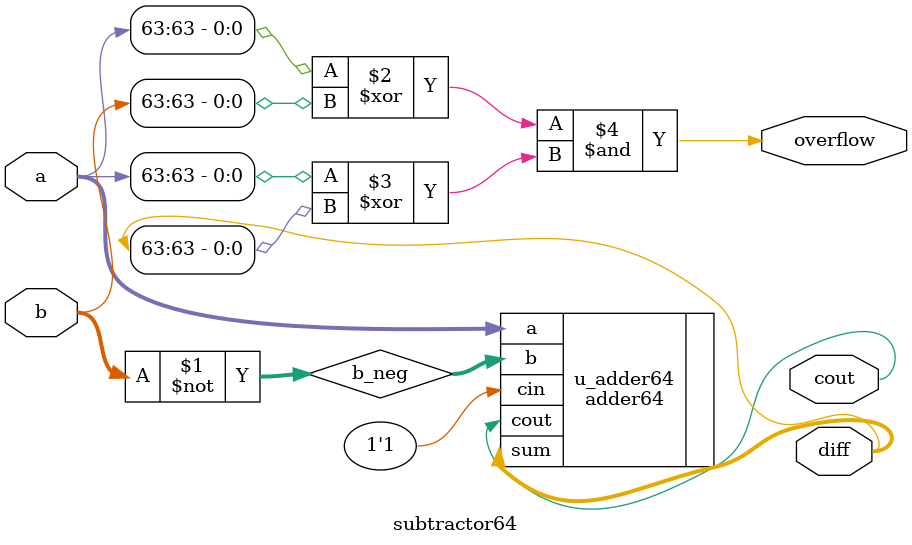
<source format=v>
module subtractor64(
    input  [63:0] a,
    input  [63:0] b,
    output [63:0] diff,
    output        cout,
    output        overflow
);
    wire [63:0] b_neg = ~b;
    adder64 u_adder64 (
        .a   (a), .b   (b_neg), .cin (1'b1), .sum (diff), .cout(cout)
    );
    assign overflow = (a[63] ^ b[63]) & (a[63] ^ diff[63]);
endmodule
</source>
